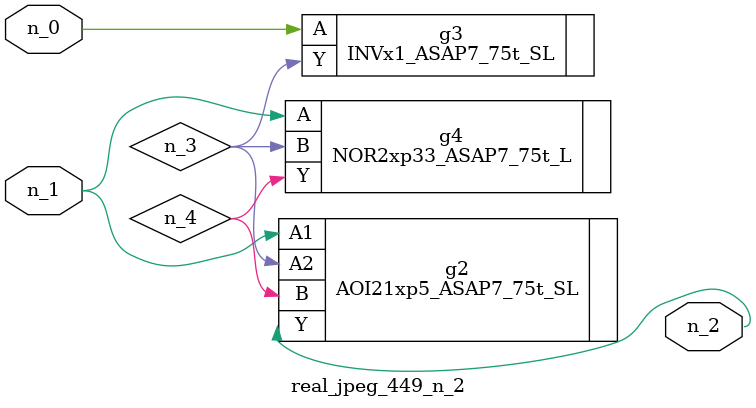
<source format=v>
module real_jpeg_449_n_2 (n_1, n_0, n_2);

input n_1;
input n_0;

output n_2;

wire n_4;
wire n_3;

INVx1_ASAP7_75t_SL g3 ( 
.A(n_0),
.Y(n_3)
);

AOI21xp5_ASAP7_75t_SL g2 ( 
.A1(n_1),
.A2(n_3),
.B(n_4),
.Y(n_2)
);

NOR2xp33_ASAP7_75t_L g4 ( 
.A(n_1),
.B(n_3),
.Y(n_4)
);


endmodule
</source>
